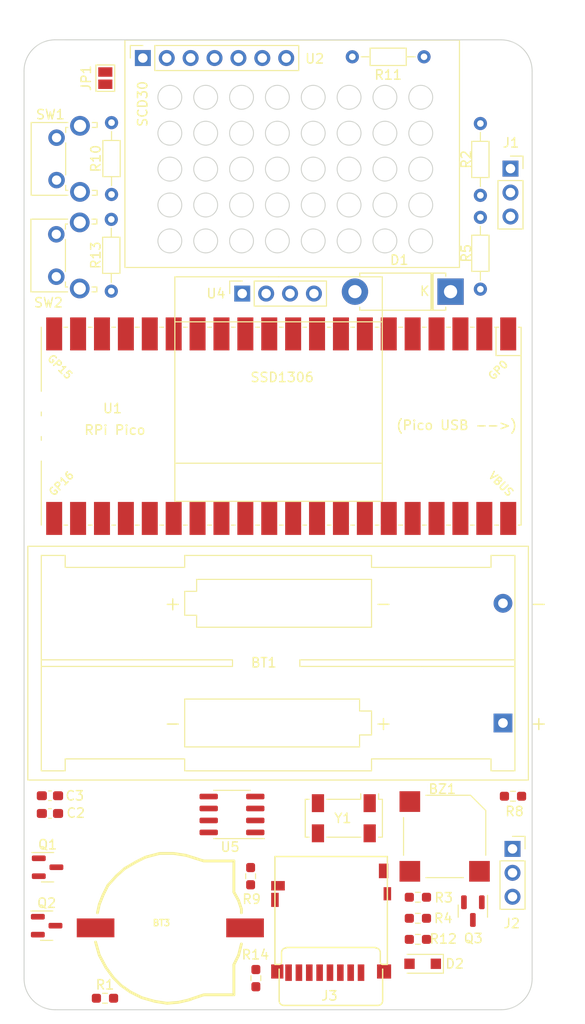
<source format=kicad_pcb>
(kicad_pcb (version 20211014) (generator pcbnew)
  (layers (0 "F.Cu" signal) (31 "B.Cu" signal) (34 "B.Paste" user) (35 "F.Paste" user) (36 "B.SilkS" user "B.Silkscreen") (37 "F.SilkS" user "F.Silkscreen") (38 "B.Mask" user) (39 "F.Mask" user) (44 "Edge.Cuts" user))
  (net 0 "")
  (net 1 "Net-(BT3-Pad1)")
  (net 2 "BUZZER")
  (net 6 "SD_CS")
  (net 7 "MOSI")
  (net 25 "Net-(C2-Pad1)")
  (net 26 "Net-(J1-Pad3)")
  (net 31 "+3V3")
  (net 32 "GND")
  (net 33 "SCK")
  (net 34 "MISO")
  (net 36 "PI_EN")
  (net 37 "WRITE_EN")
  (net 38 "SCD30_EN")
  (net 39 "SCD30_GND")
  (net 40 "BUT_A")
  (net 41 "BUT_B")
  (net 43 "Net-(J2-Pad2)")
  (net 47 "VSYS")
  (net 48 "SDA")
  (net 49 "SCL")
  (net 52 "RTC_INT")
  (net 53 "VBAT_AAA")
  (net 55 "VBUS")
  (net 57 "Net-(U5-Pad1)")
  (net 58 "Net-(U5-Pad2)")
  (footprint "picoco2:DM3D-SF_outline" (layer "F.Cu") (at 32.6136 98.113)
    (fp_text reference "J3" (at -0.1524 3.3274) (layer "F.SilkS"))
    (fp_text value "Micro_SD_Card" hide)
    (pad "1" smd rect locked (at 3.2 0.875) (size 0.7 1.75) (layers "F.Cu" "F.Paste" "F.Mask"))
    (pad "2" smd rect locked (at 2.1 0.875) (size 0.7 1.75) (layers "F.Cu" "F.Paste" "F.Mask") (net 6 "SD_CS"))
    (pad "3" smd rect locked (at 1 0.875) (size 0.7 1.75) (layers "F.Cu" "F.Paste" "F.Mask") (net 7 "MOSI"))
    (pad "4" smd rect locked (at -0.1 0.875) (size 0.7 1.75) (layers "F.Cu" "F.Paste" "F.Mask") (net 31 "+3V3"))
    (pad "5" smd rect locked (at -1.2 0.875) (size 0.7 1.75) (layers "F.Cu" "F.Paste" "F.Mask") (net 33 "SCK"))
    (pad "6" smd rect locked (at -2.3 0.875) (size 0.7 1.75) (layers "F.Cu" "F.Paste" "F.Mask") (net 32 "GND"))
    (pad "7" smd rect locked (at -3.4 0.875) (size 0.7 1.75) (layers "F.Cu" "F.Paste" "F.Mask") (net 34 "MISO"))
    (pad "8" smd rect locked (at -4.5 0.875) (size 0.7 1.75) (layers "F.Cu" "F.Paste" "F.Mask"))
    (pad "9" smd rect locked (at -5.7 0.75) (size 1.3 1.5) (layers "F.Cu" "F.Paste" "F.Mask"))
    (pad "10" smd rect locked (at -5.95 -6.85) (size 0.8 1.5) (layers "F.Cu" "F.Paste" "F.Mask"))
    (pad "11" smd rect locked (at 6 -7.5) (size 0.8 1.4) (layers "F.Cu" "F.Paste" "F.Mask"))
    (pad "12" smd rect locked (at 5.65 0.75) (size 1.5 1.5) (layers "F.Cu" "F.Paste" "F.Mask"))
    (pad "A" smd rect locked (at 5.6 -9.925) (size 1 1.55) (layers "F.Cu" "F.Paste" "F.Mask"))
    (pad "B" smd rect locked (at -5.625 -8.35) (size 1.45 1) (layers "F.Cu" "F.Paste" "F.Mask"))
  )
  (footprint "Package_SO:SOIC-8_3.9x4.9mm_P1.27mm" (layer "F.Cu") (at 22.1 82.2 180)
    (fp_text reference "U5" (at 0.2032 -3.4544 180) (layer "F.SilkS"))
    (fp_text value "PCF8523T")
    (pad "1" smd roundrect (at -2.475 -1.905 180) (size 1.95 0.6) (layers "F.Cu" "F.Paste" "F.Mask") (net 57 "Net-(U5-Pad1)"))
    (pad "2" smd roundrect (at -2.475 -0.635 180) (size 1.95 0.6) (layers "F.Cu" "F.Paste" "F.Mask") (net 58 "Net-(U5-Pad2)"))
    (pad "3" smd roundrect (at -2.475 0.635 180) (size 1.95 0.6) (layers "F.Cu" "F.Paste" "F.Mask") (net 1 "Net-(BT3-Pad1)"))
    (pad "4" smd roundrect (at -2.475 1.905 180) (size 1.95 0.6) (layers "F.Cu" "F.Paste" "F.Mask") (net 32 "GND"))
    (pad "5" smd roundrect (at 2.475 1.905 180) (size 1.95 0.6) (layers "F.Cu" "F.Paste" "F.Mask") (net 48 "SDA"))
    (pad "6" smd roundrect (at 2.475 0.635 180) (size 1.95 0.6) (layers "F.Cu" "F.Paste" "F.Mask") (net 49 "SCL"))
    (pad "7" smd roundrect (at 2.475 -0.635 180) (size 1.95 0.6) (layers "F.Cu" "F.Paste" "F.Mask") (net 52 "RTC_INT"))
    (pad "8" smd roundrect (at 2.475 -1.905 180) (size 1.95 0.6) (layers "F.Cu" "F.Paste" "F.Mask") (net 25 "Net-(C2-Pad1)"))
  )
  (footprint "Capacitor_SMD:C_0603_1608Metric_Pad1.08x0.95mm_HandSolder" (layer "F.Cu") (at 2.75 80.2132 180)
    (fp_text reference "C3" (at -2.6416 0) (layer "F.SilkS"))
    (fp_text value "10uF")
    (pad "1" smd roundrect (at -0.8625 0 180) (size 1.075 0.95) (layers "F.Cu" "F.Paste" "F.Mask") (net 31 "+3V3"))
    (pad "2" smd roundrect (at 0.8625 0 180) (size 1.075 0.95) (layers "F.Cu" "F.Paste" "F.Mask") (net 32 "GND"))
  )
  (footprint "Resistor_THT:R_Axial_DIN0204_L3.6mm_D1.6mm_P7.62mm_Horizontal" (layer "F.Cu") (at 48.5 18.8368 -90)
    (fp_text reference "R5" (at 3.81 1.51 90) (layer "F.SilkS"))
    (fp_text value "4.7K")
    (pad "1" thru_hole circle (at 0 0 270) (size 1.4 1.4) (drill 0.7) (layers *.Cu *.Mask) (net 31 "+3V3"))
    (pad "2" thru_hole oval (at 7.62 0 270) (size 1.4 1.4) (drill 0.7) (layers *.Cu *.Mask) (net 49 "SCL"))
  )
  (footprint "Connector_PinSocket_2.54mm:PinSocket_1x03_P2.54mm_Vertical" (layer "F.Cu") (at 51.9172 85.852)
    (fp_text reference "J2" (at -0.0758 7.9098) (layer "F.SilkS"))
    (fp_text value "Conn_01x03_Female")
    (pad "1" thru_hole rect (at 0 0) (size 1.7 1.7) (drill 1) (layers *.Cu *.Mask))
    (pad "2" thru_hole oval (at 0 2.54) (size 1.7 1.7) (drill 1) (layers *.Cu *.Mask) (net 43 "Net-(J2-Pad2)"))
    (pad "3" thru_hole oval (at 0 5.08) (size 1.7 1.7) (drill 1) (layers *.Cu *.Mask) (net 37 "WRITE_EN"))
  )
  (footprint "Capacitor_SMD:C_0603_1608Metric_Pad1.08x0.95mm_HandSolder" (layer "F.Cu") (at 2.75 82.0928 180)
    (fp_text reference "C2" (at -2.7432 0.0508) (layer "F.SilkS"))
    (fp_text value "10uF")
    (pad "1" smd roundrect (at -0.8625 0 180) (size 1.075 0.95) (layers "F.Cu" "F.Paste" "F.Mask") (net 25 "Net-(C2-Pad1)"))
    (pad "2" smd roundrect (at 0.8625 0 180) (size 1.075 0.95) (layers "F.Cu" "F.Paste" "F.Mask") (net 32 "GND"))
  )
  (footprint "MountingHole:MountingHole_3.2mm_M3" (layer "F.Cu") (at 50.5 3.4)
    (fp_text reference "H3" hide)
    (fp_text value "MountingHole")
    (pad "" np_thru_hole circle (at 0 0) (size 3.2 3.2) (drill 3.2) (layers *.Cu *.Mask))
  )
  (footprint "Battery:BatteryHolder_Keystone_2468_2xAAA" (layer "F.Cu") (at 50.9016 72.4916 180)
    (fp_text reference "BT1" (at 25.424 6.4008 180) (layer "F.SilkS"))
    (fp_text value "Battery")
    (fp_text user "-" (at -3.81 12.7 180) (layer "F.SilkS") (effects (font (size 1.5 1.5))))
    (fp_text user "-" (at 12.7 12.7 180) (layer "F.SilkS") (effects (font (size 1.5 1.5))))
    (fp_text user "+" (at 12.7 0 180) (layer "F.SilkS") (effects (font (size 1.5 1.5))))
    (fp_text user "+" (at 35.1 12.7 180) (layer "F.SilkS") (effects (font (size 1.5 1.5))))
    (fp_text user "+" (at -3.81 0 180) (layer "F.SilkS") (effects (font (size 1.5 1.5))))
    (fp_text user "-" (at 35.1 0 180) (layer "F.SilkS") (effects (font (size 1.5 1.5))))
    (pad "" np_thru_hole circle (at 38.61 8.7 180) (size 3.45 3.45) (drill 3.45) (layers *.Cu *.Mask))
    (pad "" np_thru_hole circle (at 8.64 4 180) (size 3.45 3.45) (drill 3.45) (layers *.Cu))
    (pad "1" thru_hole rect (at 0 0 180) (size 2 2) (drill 1.02) (layers *.Cu *.Mask) (net 53 "VBAT_AAA"))
    (pad "2" thru_hole circle (at 0 12.7 180) (size 2 2) (drill 1.02) (layers *.Cu *.Mask) (net 32 "GND"))
  )
  (footprint "Button_Switch_THT:SW_Tactile_SPST_Angled_PTS645Vx31-2LFS" (layer "F.Cu") (at 3.4265 25.135 90)
    (fp_text reference "SW2" (at -2.7542 -0.8357 180) (layer "F.SilkS"))
    (fp_text value "SW_Push")
    (pad "" thru_hole circle (at 5.76 2.49 90) (size 2.1 2.1) (drill 1.3) (layers *.Cu *.Mask))
    (pad "" thru_hole circle (at -1.25 2.49 90) (size 2.1 2.1) (drill 1.3) (layers *.Cu *.Mask))
    (pad "1" thru_hole circle (at 0 0 90) (size 1.75 1.75) (drill 0.99) (layers *.Cu *.Mask) (net 41 "BUT_B"))
    (pad "2" thru_hole circle (at 4.5 0 90) (size 1.75 1.75) (drill 0.99) (layers *.Cu *.Mask) (net 32 "GND"))
  )
  (footprint "MountingHole:MountingHole_3.2mm_M3" (layer "F.Cu") (at 50.5 99.4)
    (fp_text reference "H1" hide)
    (fp_text value "MountingHole")
    (pad "" np_thru_hole circle (at 0 0) (size 3.2 3.2) (drill 3.2) (layers *.Cu *.Mask))
  )
  (footprint "Resistor_SMD:R_0603_1608Metric_Pad0.98x0.95mm_HandSolder" (layer "F.Cu") (at 41.8592 95.4532)
    (fp_text reference "R12" (at 2.6924 -0.0508) (layer "F.SilkS"))
    (fp_text value "10K")
    (pad "1" smd roundrect (at -0.9125 0) (size 0.975 0.95) (layers "F.Cu" "F.Paste" "F.Mask") (net 38 "SCD30_EN"))
    (pad "2" smd roundrect (at 0.9125 0) (size 0.975 0.95) (layers "F.Cu" "F.Paste" "F.Mask") (net 32 "GND"))
  )
  (footprint "picoco2:ssd1306_a" (layer "F.Cu") (at 23.19 26.924 90)
    (fp_text reference "U4" (at 0 -2.794) (layer "F.SilkS"))
    (fp_text value "ssd1306")
    (pad "1" thru_hole rect (at 0 0 90) (size 1.7 1.7) (drill 1) (layers *.Cu *.Mask) (net 32 "GND"))
    (pad "2" thru_hole oval (at 0 2.54 90) (size 1.7 1.7) (drill 1) (layers *.Cu *.Mask) (net 31 "+3V3"))
    (pad "3" thru_hole oval (at 0 5.08 90) (size 1.7 1.7) (drill 1) (layers *.Cu *.Mask) (net 49 "SCL"))
    (pad "4" thru_hole oval (at 0 7.62 90) (size 1.7 1.7) (drill 1) (layers *.Cu *.Mask) (net 48 "SDA"))
  )
  (footprint "Resistor_THT:R_Axial_DIN0204_L3.6mm_D1.6mm_P7.62mm_Horizontal" (layer "F.Cu") (at 9.271 19.05 -90)
    (fp_text reference "R13" (at 3.81 1.651 90) (layer "F.SilkS"))
    (fp_text value "10K")
    (pad "1" thru_hole circle (at 0 0 270) (size 1.4 1.4) (drill 0.7) (layers *.Cu *.Mask) (net 31 "+3V3"))
    (pad "2" thru_hole oval (at 7.62 0 270) (size 1.4 1.4) (drill 0.7) (layers *.Cu *.Mask) (net 41 "BUT_B"))
  )
  (footprint "Package_TO_SOT_SMD:SOT-23" (layer "F.Cu") (at 47.7012 92.456 -90)
    (fp_text reference "Q3" (at 2.8956 -0.0508) (layer "F.SilkS"))
    (fp_text value "Q_NMOS_GDS")
    (pad "1" smd roundrect (at -0.9375 -0.95 270) (size 1.475 0.6) (layers "F.Cu" "F.Paste" "F.Mask") (net 38 "SCD30_EN"))
    (pad "2" smd roundrect (at -0.9375 0.95 270) (size 1.475 0.6) (layers "F.Cu" "F.Paste" "F.Mask") (net 39 "SCD30_GND"))
    (pad "3" smd roundrect (at 0.9375 0 270) (size 1.475 0.6) (layers "F.Cu" "F.Paste" "F.Mask") (net 32 "GND"))
  )
  (footprint "Resistor_SMD:R_0603_1608Metric_Pad0.98x0.95mm_HandSolder" (layer "F.Cu") (at 24.638 99.568 90)
    (fp_text reference "R14" (at 2.4892 -0.0508 180) (layer "F.SilkS"))
    (fp_text value "10K")
    (pad "1" smd roundrect (at -0.9125 0 90) (size 0.975 0.95) (layers "F.Cu" "F.Paste" "F.Mask") (net 31 "+3V3"))
    (pad "2" smd roundrect (at 0.9125 0 90) (size 0.975 0.95) (layers "F.Cu" "F.Paste" "F.Mask") (net 41 "BUT_B"))
  )
  (footprint "Resistor_SMD:R_0603_1608Metric_Pad0.98x0.95mm_HandSolder" (layer "F.Cu") (at 24.0792 88.7476 90)
    (fp_text reference "R9" (at -2.4384 0.1016 180) (layer "F.SilkS"))
    (fp_text value "1K")
    (pad "1" smd roundrect (at -0.9125 0 90) (size 0.975 0.95) (layers "F.Cu" "F.Paste" "F.Mask") (net 25 "Net-(C2-Pad1)"))
    (pad "2" smd roundrect (at 0.9125 0 90) (size 0.975 0.95) (layers "F.Cu" "F.Paste" "F.Mask") (net 31 "+3V3"))
  )
  (footprint "Package_TO_SOT_SMD:SOT-23" (layer "F.Cu") (at 2.4 94)
    (fp_text reference "Q2" (at 0 -2.4) (layer "F.SilkS"))
    (fp_text value "Q_PMOS_GSD")
    (pad "1" smd roundrect (at -0.9375 -0.95) (size 1.475 0.6) (layers "F.Cu" "F.Paste" "F.Mask") (net 55 "VBUS"))
    (pad "2" smd roundrect (at -0.9375 0.95) (size 1.475 0.6) (layers "F.Cu" "F.Paste" "F.Mask") (net 47 "VSYS"))
    (pad "3" smd roundrect (at 0.9375 0) (size 1.475 0.6) (layers "F.Cu" "F.Paste" "F.Mask") (net 53 "VBAT_AAA"))
  )
  (footprint "Diode_SMD:D_SOD-123F" (layer "F.Cu") (at 42.3672 98.044 180)
    (fp_text reference "D2" (at -3.4036 0) (layer "F.SilkS"))
    (fp_text value "D")
    (pad "1" smd rect (at -1.4 0 180) (size 1.1 1.1) (layers "F.Cu" "F.Paste" "F.Mask") (net 47 "VSYS"))
    (pad "2" smd rect (at 1.4 0 180) (size 1.1 1.1) (layers "F.Cu" "F.Paste" "F.Mask") (net 53 "VBAT_AAA"))
  )
  (footprint "Resistor_THT:R_Axial_DIN0204_L3.6mm_D1.6mm_P7.62mm_Horizontal" (layer "F.Cu") (at 9.2964 16.4084 90)
    (fp_text reference "R10" (at 3.81 -1.6764 270) (layer "F.SilkS"))
    (fp_text value "10K")
    (pad "1" thru_hole circle (at 0 0 90) (size 1.4 1.4) (drill 0.7) (layers *.Cu *.Mask) (net 31 "+3V3"))
    (pad "2" thru_hole oval (at 7.62 0 90) (size 1.4 1.4) (drill 0.7) (layers *.Cu *.Mask) (net 40 "BUT_A"))
  )
  (footprint "picoco2:CR1220-2" (layer "F.Cu") (at 15.1998 94.2348)
    (fp_text reference "BT3" (at -1.602 -0.14) (layer "F.SilkS") (effects (font (size 0.666496 0.666496) (thickness 0.146304)) (justify left bottom)))
    (fp_text value "CR1220")
    (pad "" np_thru_hole circle (at -3.5 0) (size 1.5 1.5) (drill 1.5) (layers *.Cu *.Mask))
    (pad "" np_thru_hole circle (at 3.95 0) (size 1.5 1.5) (drill 1.5) (layers *.Cu *.Mask))
    (pad "1" smd rect (at 8.29 0) (size 4 2) (layers "F.Cu" "F.Paste" "F.Mask") (net 1 "Net-(BT3-Pad1)"))
    (pad "2" smd rect (at -7.6 0) (size 4 2) (layers "F.Cu" "F.Paste" "F.Mask") (net 32 "GND"))
  )
  (footprint "MountingHole:MountingHole_3.2mm_M3" (layer "F.Cu") (at 3.4 3.4)
    (fp_text reference "H2" hide)
    (fp_text value "MountingHole")
    (pad "" np_thru_hole circle (at 0 0) (size 3.2 3.2) (drill 3.2) (layers *.Cu *.Mask))
  )
  (footprint "Resistor_THT:R_Axial_DIN0204_L3.6mm_D1.6mm_P7.62mm_Horizontal" (layer "F.Cu") (at 42.51 1.8 180)
    (fp_text reference "R11" (at 3.81 -1.92) (layer "F.SilkS"))
    (fp_text value "10K")
    (pad "1" thru_hole circle (at 0 0 180) (size 1.4 1.4) (drill 0.7) (layers *.Cu *.Mask) (net 31 "+3V3"))
    (pad "2" thru_hole oval (at 7.62 0 180) (size 1.4 1.4) (drill 0.7) (layers *.Cu *.Mask) (net 40 "BUT_A"))
  )
  (footprint "RPi_Pico:RPi_PicoW_SMD" (layer "F.Cu") (at 27.3304 40.9956 -90)
    (fp_text reference "U1" (at -1.8796 17.9324) (layer "F.SilkS"))
    (fp_text value "PicoW")
    (fp_text user "GP0" (at -5.9436 -23.0632 45) (layer "F.SilkS") (effects (font (size 0.8 0.8))))
    (fp_text user "GP15" (at -6.2992 23.5204 -45) (layer "F.SilkS") (effects (font (size 0.8 0.8))))
    (fp_text user "VBUS" (at 6.1468 -23.368 135) (layer "F.SilkS") (effects (font (size 0.8 0.8))))
    (fp_text user "GP16" (at 6.096 23.368 45) (layer "F.SilkS") (effects (font (size 0.8 0.8))))
    (pad "" np_thru_hole oval (at 2.425 -20.97 270) (size 1.5 1.5) (drill 1.5) (layers *.Cu *.Mask))
    (pad "" np_thru_hole oval (at -2.725 -24 270) (size 1.8 1.8) (drill 1.8) (layers *.Cu *.Mask))
    (pad "" np_thru_hole oval (at 2.725 -24 270) (size 1.8 1.8) (drill 1.8) (layers *.Cu *.Mask))
    (pad "" np_thru_hole oval (at -2.425 -20.97 270) (size 1.5 1.5) (drill 1.5) (layers *.Cu *.Mask))
    (pad "1" smd rect (at -8.89 -24.13 270) (size 3.5 1.7) (drill (offset -0.9 0)) (layers "F.Cu" "F.Mask") (net 48 "SDA"))
    (pad "2" smd rect (at -8.89 -21.59 270) (size 3.5 1.7) (drill (offset -0.9 0)) (layers "F.Cu" "F.Mask") (net 49 "SCL"))
    (pad "3" smd rect (at -8.89 -19.05 270) (size 3.5 1.7) (drill (offset -0.9 0)) (layers "F.Cu" "F.Mask") (net 32 "GND"))
    (pad "4" smd rect (at -8.89 -16.51 270) (size 3.5 1.7) (drill (offset -0.9 0)) (layers "F.Cu" "F.Mask") (net 6 "SD_CS"))
    (pad "5" smd rect (at -8.89 -13.97 270) (size 3.5 1.7) (drill (offset -0.9 0)) (layers "F.Cu" "F.Mask") (net 40 "BUT_A"))
    (pad "6" smd rect (at -8.89 -11.43 270) (size 3.5 1.7) (drill (offset -0.9 0)) (layers "F.Cu" "F.Mask") (net 41 "BUT_B"))
    (pad "7" smd rect (at -8.89 -8.89 270) (size 3.5 1.7) (drill (offset -0.9 0)) (layers "F.Cu" "F.Mask") (net 38 "SCD30_EN"))
    (pad "8" smd rect (at -8.89 -6.35 270) (size 3.5 1.7) (drill (offset -0.9 0)) (layers "F.Cu" "F.Mask"))
    (pad "9" smd rect (at -8.89 -3.81 270) (size 3.5 1.7) (drill (offset -0.9 0)) (layers "F.Cu" "F.Mask") (net 37 "WRITE_EN"))
    (pad "10" smd rect (at -8.89 -1.27 270) (size 3.5 1.7) (drill (offset -0.9 0)) (layers "F.Cu" "F.Mask") (net 2 "BUZZER"))
    (pad "11" smd rect (at -8.89 1.27 270) (size 3.5 1.7) (drill (offset -0.9 0)) (layers "F.Cu" "F.Mask") (net 52 "RTC_INT"))
    (pad "12" smd rect (at -8.89 3.81 270) (size 3.5 1.7) (drill (offset -0.9 0)) (layers "F.Cu" "F.Mask"))
    (pad "13" smd rect (at -8.89 6.35 270) (size 3.5 1.7) (drill (offset -0.9 0)) (layers "F.Cu" "F.Mask"))
    (pad "14" smd rect (at -8.89 8.89 270) (size 3.5 1.7) (drill (offset -0.9 0)) (layers "F.Cu" "F.Mask") (net 33 "SCK"))
    (pad "15" smd rect (at -8.89 11.43 270) (size 3.5 1.7) (drill (offset -0.9 0)) (layers "F.Cu" "F.Mask") (net 7 "MOSI"))
    (pad "16" smd rect (at -8.89 13.97 270) (size 3.5 1.7) (drill (offset -0.9 0)) (layers "F.Cu" "F.Mask") (net 34 "MISO"))
    (pad "17" smd rect (at -8.89 16.51 270) (size 3.5 1.7) (drill (offset -0.9 0)) (layers "F.Cu" "F.Mask"))
    (pad "18" smd rect (at -8.89 19.05 270) (size 3.5 1.7) (drill (offset -0.9 0)) (layers "F.Cu" "F.Mask"))
    (pad "19" smd rect (at -8.89 21.59 270) (size 3.5 1.7) (drill (offset -0.9 0)) (layers "F.Cu" "F.Mask"))
    (pad "20" smd rect (at -8.89 24.13 270) (size 3.5 1.7) (drill (offset -0.9 0)) (layers "F.Cu" "F.Mask"))
    (pad "21" smd rect (at 8.89 24.13 270) (size 3.5 1.7) (drill (offset 0.9 0)) (layers "F.Cu" "F.Mask"))
    (pad "22" smd rect (at 8.89 21.59 270) (size 3.5 1.7) (drill (offset 0.9 0)) (layers "F.Cu" "F.Mask"))
    (pad "23" smd rect (at 8.89 19.05 270) (size 3.5 1.7) (drill (offset 0.9 0)) (layers "F.Cu" "F.Mask"))
    (pad "24" smd rect (at 8.89 16.51 270) (size 3.5 1.7) (drill (offset 0.9 0)) (layers "F.Cu" "F.Mask"))
    (pad "25" smd rect (at 8.89 13.97 270) (size 3.5 1.7) (drill (offset 0.9 0)) (layers "F.Cu" "F.Mask"))
    (pad "26" smd rect (at 8.89 11.43 270) (size 3.5 1.7) (drill (offset 0.9 0)) (layers "F.Cu" "F.Mask"))
    (pad "27" smd rect (at 8.89 8.89 270) (size 3.5 1.7) (drill (offset 0.9 0)) (layers "F.Cu" "F.Mask"))
    (pad "28" smd rect (at 8.89 6.35 270) (size 3.5 1.7) (drill (offset 0.9 0)) (layers "F.Cu" "F.Mask"))
    (pad "29" smd rect (at 8.89 3.81 270) (size 3.5 1.7) (drill (offset 0.9 0)) (layers "F.Cu" "F.Mask"))
    (pad "30" smd rect (at 8.89 1.27 270) (size 3.5 1.7) (drill (offset 0.9 0)) (layers "F.Cu" "F.Mask"))
    (pad "31" smd rect (at 8.89 -1.27 270) (size 3.5 1.7) (drill (offset 0.9 0)) (layers "F.Cu" "F.Mask"))
    (pad "32" smd rect (at 8.89 -3.81 270) (size 3.5 1.7) (drill (offset 0.9 0)) (layers "F.Cu" "F.Mask"))
    (pad "33" smd rect (at 8.89 -6.35 270) (size 3.5 1.7) (drill (offset 0.9 0)) (layers "F.Cu" "F.Mask"))
    (pad "34" smd rect (at 8.89 -8.89 270) (size 3.5 1.7) (drill (offset 0.9 0)) (layers "F.Cu" "F.Mask"))
    (pad "35" smd rect (at 8.89 -11.43 270) (size 3.5 1.7) (drill (offset 0.9 0)) (layers "F.Cu" "F.Mask"))
    (pad "36" smd rect (at 8.89 -13.97 270) (size 3.5 1.7) (drill (offset 0.9 0)) (layers "F.Cu" "F.Mask") (net 31 "+3V3"))
    (pad "37" smd rect (at 8.89 -16.51 270) (size 3.5 1.7) (drill (offset 0.9 0)) (layers "F.Cu" "F.Mask") (net 36 "PI_EN"))
    (pad "38" smd rect (at 8.89 -19.05 270) (size 3.5 1.7) (drill (offset 0.9 0)) (layers "F.Cu" "F.Mask"))
    (pad "39" smd rect (at 8.89 -21.59 270) (size 3.5 1.7) (drill (offset 0.9 0)) (layers "F.Cu" "F.Mask") (net 47 "VSYS"))
    (pad "40" smd rect (at 8.89 -24.13 270) (size 3.5 1.7) (drill (offset 0.9 0)) (layers "F.Cu" "F.Mask") (net 55 "VBUS"))
  )
  (footprint "Resistor_SMD:R_0603_1608Metric_Pad0.98x0.95mm_HandSolder" (layer "F.Cu") (at 51.9684 80.264 180)
    (fp_text reference "R8" (at -0.1625 -1.6119) (layer "F.SilkS"))
    (fp_text value "10K")
    (pad "1" smd roundrect (at -0.9125 0 180) (size 0.975 0.95) (layers "F.Cu" "F.Paste" "F.Mask") (net 43 "Net-(J2-Pad2)"))
    (pad "2" smd roundrect (at 0.9125 0 180) (size 0.975 0.95) (layers "F.Cu" "F.Paste" "F.Mask") (net 32 "GND"))
  )
  (footprint "Connector_PinSocket_2.54mm:PinSocket_1x03_P2.54mm_Vertical" (layer "F.Cu") (at 51.7006 13.6642)
    (fp_text reference "J1" (at 0.0494 -2.7422 180) (layer "F.SilkS"))
    (fp_text value "Conn_01x03_Female")
    (pad "1" thru_hole rect (at 0 0) (size 1.7 1.7) (drill 1) (layers *.Cu *.Mask))
    (pad "2" thru_hole oval (at 0 2.54) (size 1.7 1.7) (drill 1) (layers *.Cu *.Mask) (net 36 "PI_EN"))
    (pad "3" thru_hole oval (at 0 5.08) (size 1.7 1.7) (drill 1) (layers *.Cu *.Mask) (net 26 "Net-(J1-Pad3)"))
  )
  (footprint "Resistor_SMD:R_0603_1608Metric_Pad0.98x0.95mm_HandSolder" (layer "F.Cu") (at 41.8592 90.9828 180)
    (fp_text reference "R3" (at -2.7432 -0.0508 180) (layer "F.SilkS"))
    (fp_text value "4.7K")
    (pad "1" smd roundrect (at -0.9125 0 180) (size 0.975 0.95) (layers "F.Cu" "F.Paste" "F.Mask") (net 31 "+3V3"))
    (pad "2" smd roundrect (at 0.9125 0 180) (size 0.975 0.95) (layers "F.Cu" "F.Paste" "F.Mask") (net 48 "SDA"))
  )
  (footprint "Jumper:SolderJumper-2_P1.3mm_Open_Pad1.0x1.5mm" (layer "F.Cu") (at 8.636 4.064 -90)
    (fp_text reference "JP1" (at 0 2.036 90) (layer "F.SilkS"))
    (fp_text value "SolderJumper_2_Open")
    (pad "1" smd rect (at -0.65 0 270) (size 1 1.5) (layers "F.Cu" "F.Mask") (net 32 "GND"))
    (pad "2" smd rect (at 0.65 0 270) (size 1 1.5) (layers "F.Cu" "F.Mask") (net 39 "SCD30_GND"))
  )
  (footprint "Resistor_SMD:R_0603_1608Metric_Pad0.98x0.95mm_HandSolder" (layer "F.Cu") (at 41.8592 93.218 180)
    (fp_text reference "R4" (at -2.6924 0 180) (layer "F.SilkS"))
    (fp_text value "4.7K")
    (pad "1" smd roundrect (at -0.9125 0 180) (size 0.975 0.95) (layers "F.Cu" "F.Paste" "F.Mask") (net 31 "+3V3"))
    (pad "2" smd roundrect (at 0.9125 0 180) (size 0.975 0.95) (layers "F.Cu" "F.Paste" "F.Mask") (net 49 "SCL"))
  )
  (footprint "Buzzer_Beeper:MagneticBuzzer_Kobitone_254-EMB84Q-RO" (layer "F.Cu") (at 44.704 84.5312)
    (fp_text reference "BZ1" (at -0.254 -5.0292) (layer "F.SilkS"))
    (fp_text value "Buzzer")
    (pad "1" smd rect (at -3.7 -3.7 270) (size 2.195 2.195) (layers "F.Cu" "F.Paste" "F.Mask") (net 2 "BUZZER"))
    (pad "2" smd rect (at -3.7 3.7 270) (size 2.195 2.195) (layers "F.Cu" "F.Paste" "F.Mask") (net 32 "GND"))
    (pad "3" smd rect (at 3.7 3.7 270) (size 2.195 2.195) (layers "F.Cu" "F.Paste" "F.Mask"))
  )
  (footprint "Crystal:Crystal_SMD_Abracon_ABS25-4Pin_8.0x3.8mm" (layer "F.Cu") (at 33.9852 82.6008 -90)
    (fp_text reference "Y1" (at 0 0.1016 180) (layer "F.SilkS"))
    (fp_text value "32KHz")
    (pad "1" smd rect (at -1.6 -2.75 180) (size 1.3 1.9) (layers "F.Cu" "F.Paste" "F.Mask") (net 58 "Net-(U5-Pad2)"))
    (pad "2" smd rect (at -1.6 2.75 180) (size 1.3 1.9) (layers "F.Cu" "F.Paste" "F.Mask"))
    (pad "3" smd rect (at 1.6 2.75 180) (size 1.3 1.9) (layers "F.Cu" "F.Paste" "F.Mask"))
    (pad "4" smd rect (at 1.6 -2.75 180) (size 1.3 1.9) (layers "F.Cu" "F.Paste" "F.Mask") (net 57 "Net-(U5-Pad1)"))
  )
  (footprint "Button_Switch_THT:SW_Tactile_SPST_Angled_PTS645Vx31-2LFS" (layer "F.Cu") (at 3.4544 14.8844 90)
    (fp_text reference "SW1" (at 6.9596 -0.6604 180) (layer "F.SilkS"))
    (fp_text value "SW_Push")
    (pad "" thru_hole circle (at 5.76 2.49 90) (size 2.1 2.1) (drill 1.3) (layers *.Cu *.Mask))
    (pad "" thru_hole circle (at -1.25 2.49 90) (size 2.1 2.1) (drill 1.3) (layers *.Cu *.Mask))
    (pad "1" thru_hole circle (at 0 0 90) (size 1.75 1.75) (drill 0.99) (layers *.Cu *.Mask) (net 40 "BUT_A"))
    (pad "2" thru_hole circle (at 4.5 0 90) (size 1.75 1.75) (drill 0.99) (layers *.Cu *.Mask) (net 32 "GND"))
  )
  (footprint "Resistor_THT:R_Axial_DIN0204_L3.6mm_D1.6mm_P7.62mm_Horizontal" (layer "F.Cu") (at 48.5 16.5 90)
    (fp_text reference "R2" (at 3.81 -1.51 90) (layer "F.SilkS"))
    (fp_text value "4.7K")
    (pad "1" thru_hole circle (at 0 0 90) (size 1.4 1.4) (drill 0.7) (layers *.Cu *.Mask) (net 31 "+3V3"))
    (pad "2" thru_hole oval (at 7.62 0 90) (size 1.4 1.4) (drill 0.7) (layers *.Cu *.Mask) (net 48 "SDA"))
  )
  (footprint "Resistor_SMD:R_0603_1608Metric_Pad0.98x0.95mm_HandSolder" (layer "F.Cu") (at 8.6 101.7)
    (fp_text reference "R1" (at 0 -1.43) (layer "F.SilkS"))
    (fp_text value "4.7K")
    (pad "1" smd roundrect (at -0.9125 0) (size 0.975 0.95) (layers "F.Cu" "F.Paste" "F.Mask") (net 26 "Net-(J1-Pad3)"))
    (pad "2" smd roundrect (at 0.9125 0) (size 0.975 0.95) (layers "F.Cu" "F.Paste" "F.Mask") (net 32 "GND"))
  )
  (footprint "Package_TO_SOT_SMD:SOT-23" (layer "F.Cu") (at 2.5 87.8)
    (fp_text reference "Q1" (at 0 -2.4) (layer "F.SilkS"))
    (fp_text value "Q_PMOS_GSD")
    (pad "1" smd roundrect (at -0.9375 -0.95) (size 1.475 0.6) (layers "F.Cu" "F.Paste" "F.Mask") (net 55 "VBUS"))
    (pad "2" smd roundrect (at -0.9375 0.95) (size 1.475 0.6) (layers "F.Cu" "F.Paste" "F.Mask") (net 47 "VSYS"))
    (pad "3" smd roundrect (at 0.9375 0) (size 1.475 0.6) (layers "F.Cu" "F.Paste" "F.Mask") (net 53 "VBAT_AAA"))
  )
  (footprint "MountingHole:MountingHole_3.2mm_M3" (layer "F.Cu") (at 3.4 99.4)
    (fp_text reference "H4" hide)
    (fp_text value "MountingHole")
    (pad "" np_thru_hole circle (at 0 0) (size 3.2 3.2) (drill 3.2) (layers *.Cu *.Mask))
  )
  (footprint "picoco2:scd30_a" (layer "F.Cu") (at 12.6238 1.9304 90)
    (fp_text reference "U2" (at -0.0762 18.2626 180) (layer "F.SilkS"))
    (fp_text value "scd30")
    (pad "1" thru_hole rect (at 0 0 90) (size 1.7 1.7) (drill 1) (layers *.Cu *.Mask) (net 31 "+3V3"))
    (pad "2" thru_hole oval (at 0 2.54 90) (size 1.7 1.7) (drill 1) (layers *.Cu *.Mask) (net 39 "SCD30_GND"))
    (pad "3" thru_hole oval (at 0 5.08 90) (size 1.7 1.7) (drill 1) (layers *.Cu *.Mask) (net 49 "SCL"))
    (pad "4" thru_hole oval (at 0 7.62 90) (size 1.7 1.7) (drill 1) (layers *.Cu *.Mask) (net 48 "SDA"))
    (pad "5" thru_hole oval (at 0 10.16 90) (size 1.7 1.7) (drill 1) (layers *.Cu *.Mask))
    (pad "6" thru_hole oval (at 0 12.7 90) (size 1.7 1.7) (drill 1) (layers *.Cu *.Mask))
    (pad "7" thru_hole oval (at 0 15.24 90) (size 1.7 1.7) (drill 1) (layers *.Cu *.Mask))
  )
  (footprint "Diode_THT:D_5W_P10.16mm_Horizontal" (layer "F.Cu") (at 45.33 26.7208 180)
    (fp_text reference "D1" (at 5.452 3.3528) (layer "F.SilkS"))
    (fp_text value "D")
    (fp_text user "K" (at 2.7432 0.0508) (layer "F.SilkS"))
    (pad "1" thru_hole rect (at 0 0 180) (size 2.8 2.8) (drill 1.4) (layers *.Cu *.Mask) (net 47 "VSYS"))
    (pad "2" thru_hole oval (at 10.16 0 180) (size 2.8 2.8) (drill 1.4) (layers *.Cu *.Mask) (net 53 "VBAT_AAA"))
  )
  (gr_circle (center 38.354 9.906) (end 38.354 11.176) (layer "Edge.Cuts") (width 0.1) (fill none))
  (gr_circle (center 15.494 21.336) (end 15.494 22.606) (layer "Edge.Cuts") (width 0.1) (fill none))
  (gr_circle (center 26.924 17.526) (end 26.924 18.796) (layer "Edge.Cuts") (width 0.1) (fill none))
  (gr_circle (center 23.114 13.716) (end 23.114 14.986) (layer "Edge.Cuts") (width 0.1) (fill none))
  (gr_arc (start 50.698 0) (mid 53.032867 0.967133) (end 54 3.302) (layer "Edge.Cuts") (width 0.1))
  (gr_circle (center 15.494 13.716) (end 15.494 14.986) (layer "Edge.Cuts") (width 0.1) (fill none))
  (gr_circle (center 26.924 21.336) (end 26.924 22.606) (layer "Edge.Cuts") (width 0.1) (fill none))
  (gr_circle (center 15.494 17.526) (end 15.494 18.796) (layer "Edge.Cuts") (width 0.1) (fill none))
  (gr_circle (center 30.734 9.906) (end 30.734 11.176) (layer "Edge.Cuts") (width 0.1) (fill none))
  (gr_circle (center 15.494 9.906) (end 15.494 11.176) (layer "Edge.Cuts") (width 0.1) (fill none))
  (gr_circle (center 42.164 9.906) (end 42.164 11.176) (layer "Edge.Cuts") (width 0.1) (fill none))
  (gr_line (start 50.698 0) (end 3.300067 -0.001933) (layer "Edge.Cuts") (width 0.1))
  (gr_circle (center 19.304 6.096) (end 19.304 7.366) (layer "Edge.Cuts") (width 0.1) (fill none))
  (gr_circle (center 30.734 21.336) (end 30.734 22.606) (layer "Edge.Cuts") (width 0.1) (fill none))
  (gr_circle (center 30.734 6.096) (end 30.734 7.366) (layer "Edge.Cuts") (width 0.1) (fill none))
  (gr_circle (center 42.164 17.526) (end 42.164 18.796) (layer "Edge.Cuts") (width 0.1) (fill none))
  (gr_circle (center 23.114 21.336) (end 23.114 22.606) (layer "Edge.Cuts") (width 0.1) (fill none))
  (gr_circle (center 34.544 17.526) (end 34.544 18.796) (layer "Edge.Cuts") (width 0.1) (fill none))
  (gr_circle (center 34.544 13.716) (end 34.544 14.986) (layer "Edge.Cuts") (width 0.1) (fill none))
  (gr_circle (center 34.544 21.336) (end 34.544 22.606) (layer "Edge.Cuts") (width 0.1) (fill none))
  (gr_line (start -0.001933 3.300067) (end 0 99.6188) (layer "Edge.Cuts") (width 0.1))
  (gr_circle (center 19.304 17.526) (end 19.304 18.796) (layer "Edge.Cuts") (width 0.1) (fill none))
  (gr_circle (center 26.924 13.716) (end 26.924 14.986) (layer "Edge.Cuts") (width 0.1) (fill none))
  (gr_circle (center 34.544 6.096) (end 34.544 7.366) (layer "Edge.Cuts") (width 0.1) (fill none))
  (gr_circle (center 42.164 21.336) (end 42.164 22.606) (layer "Edge.Cuts") (width 0.1) (fill none))
  (gr_circle (center 23.114 17.526) (end 23.114 18.796) (layer "Edge.Cuts") (width 0.1) (fill none))
  (gr_circle (center 26.924 6.096) (end 26.924 7.366) (layer "Edge.Cuts") (width 0.1) (fill none))
  (gr_circle (center 42.164 13.716) (end 42.164 14.986) (layer "Edge.Cuts") (width 0.1) (fill none))
  (gr_line (start 3.302 102.9208) (end 50.708333 102.9208) (layer "Edge.Cuts") (width 0.1))
  (gr_circle (center 30.734 13.716) (end 30.734 14.986) (layer "Edge.Cuts") (width 0.1) (fill none))
  (gr_circle (center 19.304 9.906) (end 19.304 11.176) (layer "Edge.Cuts") (width 0.1) (fill none))
  (gr_circle (center 30.734 17.526) (end 30.734 18.796) (layer "Edge.Cuts") (width 0.1) (fill none))
  (gr_circle (center 38.354 21.336) (end 38.354 22.606) (layer "Edge.Cuts") (width 0.1) (fill none))
  (gr_circle (center 19.304 21.336) (end 19.304 22.606) (layer "Edge.Cuts") (width 0.1) (fill none))
  (gr_circle (center 26.924 9.906) (end 26.924 11.176) (layer "Edge.Cuts") (width 0.1) (fill none))
  (gr_circle (center 38.354 17.526) (end 38.354 18.796) (layer "Edge.Cuts") (width 0.1) (fill none))
  (gr_arc (start 54 99.6188) (mid 53.039544 101.953032) (end 50.708333 102.9208) (layer "Edge.Cuts") (width 0.1))
  (gr_arc (start 3.302 102.9208) (mid 0.967133 101.953667) (end 0 99.6188) (layer "Edge.Cuts") (width 0.1))
  (gr_circle (center 38.354 6.096) (end 38.354 7.366) (layer "Edge.Cuts") (width 0.1) (fill none))
  (gr_arc (start -0.001933 3.300067) (mid 0.9652 0.9652) (end 3.300067 -0.001933) (layer "Edge.Cuts") (width 0.1))
  (gr_line (start 54 99.6188) (end 54 3.302) (layer "Edge.Cuts") (width 0.1))
  (gr_circle (center 23.114 6.096) (end 23.114 7.366) (layer "Edge.Cuts") (width 0.1) (fill none))
  (gr_circle (center 38.354 13.716) (end 38.354 14.986) (layer "Edge.Cuts") (width 0.1) (fill none))
  (gr_circle (center 19.304 13.716) (end 19.304 14.986) (layer "Edge.Cuts") (width 0.1) (fill none))
  (gr_circle (center 42.164 6.096) (end 42.164 7.366) (layer "Edge.Cuts") (width 0.1) (fill none))
  (gr_circle (center 23.114 9.906) (end 23.114 11.176) (layer "Edge.Cuts") (width 0.1) (fill none))
  (gr_circle (center 34.544 9.906) (end 34.544 11.176) (layer "Edge.Cuts") (width 0.1) (fill none))
  (gr_circle (center 15.494 6.096) (end 15.494 7.366) (layer "Edge.Cuts") (width 0.1) (fill none))
  (gr_text "RPi Pico" (at 9.652 41.402) (layer "F.SilkS") (effects (font (size 1 1))))
  (gr_text "(Pico USB -->)" (at 45.974 40.894) (layer "F.SilkS") (effects (font (size 1 1))))
  (gr_text "SSD1306" (at 27.432 35.814) (layer "F.SilkS") (effects (font (size 1 1))))
  (gr_text "SCD30" (at 12.6 6.8 90) (layer "F.SilkS") (effects (font (size 1 1))))
)
</source>
